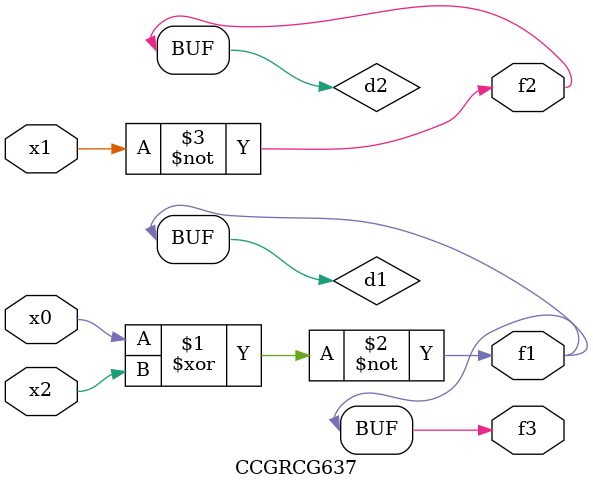
<source format=v>
module CCGRCG637(
	input x0, x1, x2,
	output f1, f2, f3
);

	wire d1, d2, d3;

	xnor (d1, x0, x2);
	nand (d2, x1);
	nor (d3, x1, x2);
	assign f1 = d1;
	assign f2 = d2;
	assign f3 = d1;
endmodule

</source>
